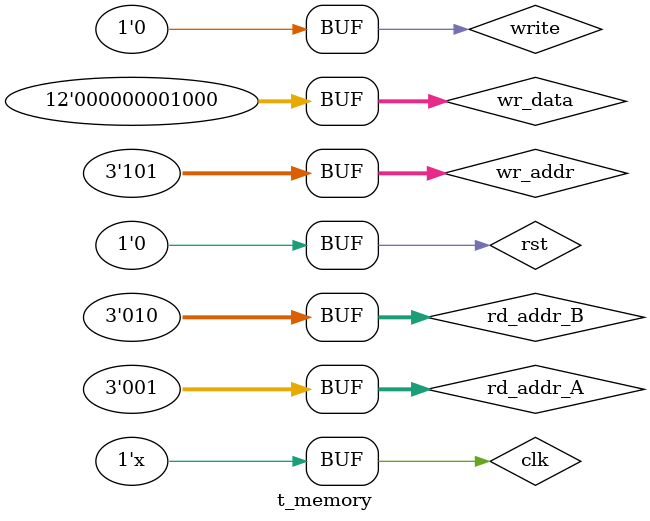
<source format=v>
`timescale 1ns / 1ps


module t_memory(

    );
    // Inputs
	reg clk;
	reg rst;
	reg write;
	reg [2:0] wr_addr;
	reg [11:0] wr_data;
	reg [2:0] rd_addr_A;
	reg [2:0] rd_addr_B;

	// Outputs
	wire [11:0] rd_data_A;
	wire [11:0] rd_data_B;

	// Instantiate the Unit Under Test (UUT)
	memory uut (rd_data_A, rd_data_B, clk, rst, write, wr_addr, wr_data, rd_addr_A, rd_addr_B);

	always begin
        #1 clk = ~clk;
    end 
    
    initial 
    begin
       // Initialize Inputs
		clk = 0;
		rst = 0;
		write = 0;
		wr_addr = 0;
		wr_data = 0;
		rd_addr_A = 0;
		rd_addr_B = 0;
		
		
		// Add stimulus here
		wr_addr = 0;
		wr_data = 12'd10;
		#1 write = 1;
		#1 write = 0;
		
		#10
		wr_addr = 1;
		wr_data = 12'd1234;
		#1 write = 1;
		#1 write = 0;
		
		#10
		wr_addr = 2;
		wr_data = 12'd2345;
		#1 write = 1;
		#1 write = 0;
		
		#10
		wr_addr = 3;
		wr_data = 12'd576;
		#1 write = 1;
		#1 write = 0;
		
		#10
		wr_addr = 4;
		wr_data = 12'd900;
		#1 write = 1;
		#1 write = 0;
		
		#10
		wr_addr = 5;
		wr_data = 12'b1000;
		#1 write = 1;
		#1 write = 0;
		
		
		#10
		rd_addr_A = 1;
		rd_addr_B = 2;
	end
	endmodule
</source>
